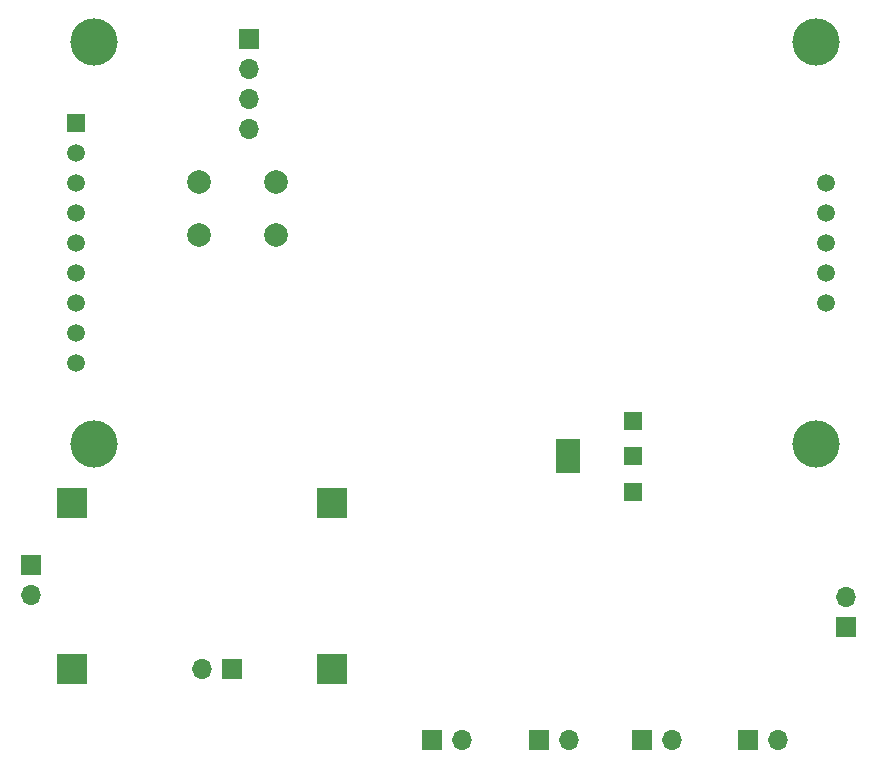
<source format=gbr>
%TF.GenerationSoftware,KiCad,Pcbnew,9.0.0*%
%TF.CreationDate,2025-04-01T19:23:25-03:00*%
%TF.ProjectId,ALFAGAME-v1,414c4641-4741-44d4-952d-76312e6b6963,rev?*%
%TF.SameCoordinates,Original*%
%TF.FileFunction,Soldermask,Top*%
%TF.FilePolarity,Negative*%
%FSLAX46Y46*%
G04 Gerber Fmt 4.6, Leading zero omitted, Abs format (unit mm)*
G04 Created by KiCad (PCBNEW 9.0.0) date 2025-04-01 19:23:25*
%MOMM*%
%LPD*%
G01*
G04 APERTURE LIST*
%ADD10R,1.700000X1.700000*%
%ADD11O,1.700000X1.700000*%
%ADD12C,4.000000*%
%ADD13R,1.500000X1.500000*%
%ADD14C,1.500000*%
%ADD15R,1.506220X1.506220*%
%ADD16R,2.000000X3.000000*%
%ADD17C,2.000000*%
%ADD18R,2.500000X2.500000*%
G04 APERTURE END LIST*
D10*
%TO.C,J6*%
X211225000Y-92000000D03*
D11*
X213765000Y-92000000D03*
%TD*%
D12*
%TO.C,DISPLAY2.8"1*%
X155800000Y-32900000D03*
X155800000Y-67000000D03*
X217000000Y-32900000D03*
X217000000Y-67000000D03*
D13*
X154300000Y-39790000D03*
D14*
X154300000Y-42330000D03*
X154300000Y-44870000D03*
X154300000Y-47410000D03*
X154300000Y-49950000D03*
X154300000Y-52490000D03*
X154300000Y-55030000D03*
X154300000Y-57570000D03*
X154300000Y-60110000D03*
X217820000Y-44870000D03*
X217820000Y-47410000D03*
X217820000Y-49950000D03*
X217820000Y-52490000D03*
X217820000Y-55030000D03*
%TD*%
D10*
%TO.C,BAT1*%
X167500000Y-86000000D03*
D11*
X164960000Y-86000000D03*
%TD*%
D10*
%TO.C,J2*%
X184460000Y-92000000D03*
D11*
X187000000Y-92000000D03*
%TD*%
D10*
%TO.C,J4*%
X193500000Y-92000000D03*
D11*
X196040000Y-92000000D03*
%TD*%
D10*
%TO.C,J5*%
X202225000Y-92000000D03*
D11*
X204765000Y-92000000D03*
%TD*%
D10*
%TO.C,J3*%
X150500000Y-77225000D03*
D11*
X150500000Y-79765000D03*
%TD*%
D15*
%TO.C,M2*%
X201500000Y-65000000D03*
D16*
X196000000Y-68000000D03*
D15*
X201500000Y-68000000D03*
X201500000Y-71000000D03*
%TD*%
D10*
%TO.C,SW1*%
X219500000Y-82500000D03*
D11*
X219500000Y-79960000D03*
%TD*%
D17*
%TO.C,BOOT1*%
X164750000Y-49250000D03*
X171250000Y-49250000D03*
X164750000Y-44750000D03*
X171250000Y-44750000D03*
%TD*%
D10*
%TO.C,J1*%
X169000000Y-32700000D03*
D11*
X169000000Y-35240000D03*
X169000000Y-37780000D03*
X169000000Y-40320000D03*
%TD*%
D18*
%TO.C,M1*%
X176000000Y-72000000D03*
X176000000Y-86000000D03*
X154000000Y-72000000D03*
X154000000Y-86000000D03*
%TD*%
M02*

</source>
